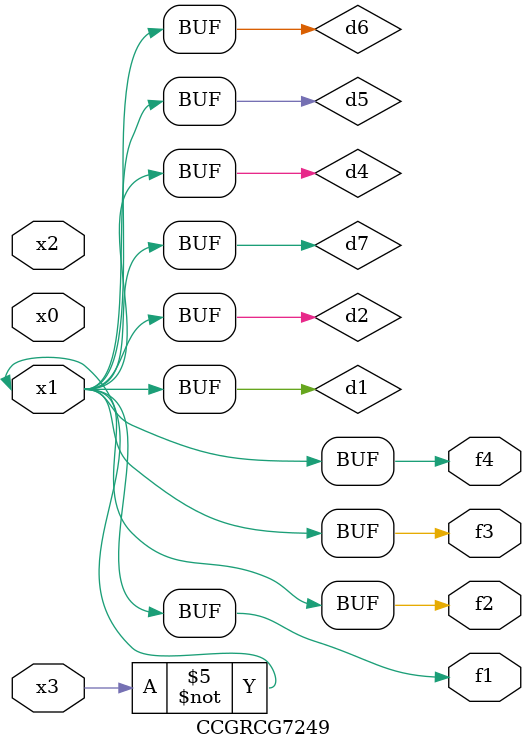
<source format=v>
module CCGRCG7249(
	input x0, x1, x2, x3,
	output f1, f2, f3, f4
);

	wire d1, d2, d3, d4, d5, d6, d7;

	not (d1, x3);
	buf (d2, x1);
	xnor (d3, d1, d2);
	nor (d4, d1);
	buf (d5, d1, d2);
	buf (d6, d4, d5);
	nand (d7, d4);
	assign f1 = d6;
	assign f2 = d7;
	assign f3 = d6;
	assign f4 = d6;
endmodule

</source>
